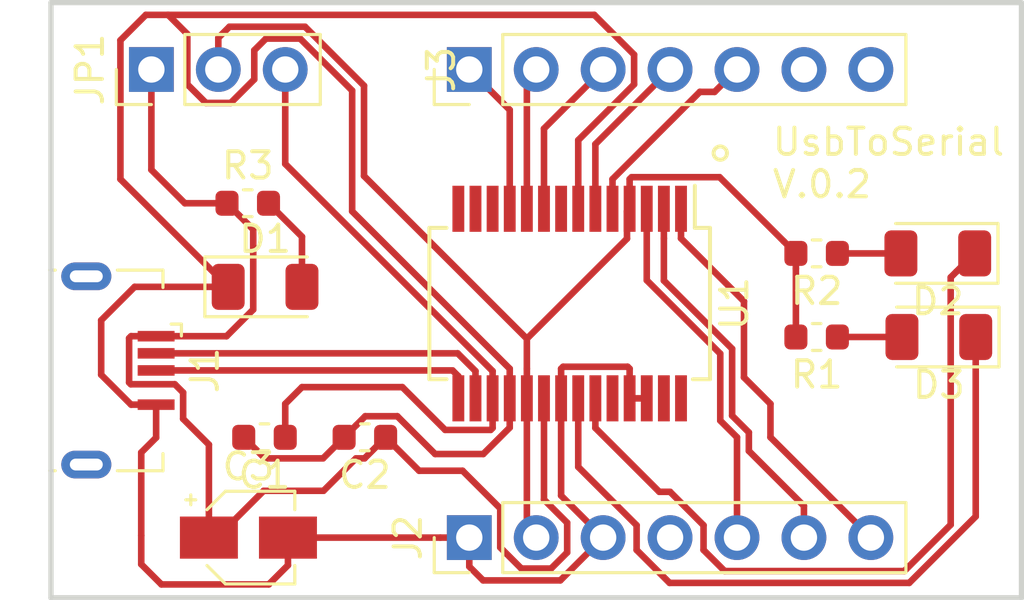
<source format=kicad_pcb>
(kicad_pcb (version 20171130) (host pcbnew "(5.0.1)-3")

  (general
    (thickness 1.6)
    (drawings 7)
    (tracks 184)
    (zones 0)
    (modules 14)
    (nets 29)
  )

  (page A4)
  (layers
    (0 F.Cu signal)
    (31 B.Cu signal)
    (32 B.Adhes user)
    (33 F.Adhes user)
    (34 B.Paste user)
    (35 F.Paste user)
    (36 B.SilkS user)
    (37 F.SilkS user)
    (38 B.Mask user)
    (39 F.Mask user)
    (40 Dwgs.User user)
    (41 Cmts.User user)
    (42 Eco1.User user)
    (43 Eco2.User user)
    (44 Edge.Cuts user)
    (45 Margin user)
    (46 B.CrtYd user)
    (47 F.CrtYd user)
    (48 B.Fab user)
    (49 F.Fab user hide)
  )

  (setup
    (last_trace_width 0.25)
    (trace_clearance 0.2)
    (zone_clearance 0.508)
    (zone_45_only no)
    (trace_min 0.2)
    (segment_width 0.2)
    (edge_width 0.15)
    (via_size 0.8)
    (via_drill 0.4)
    (via_min_size 0.4)
    (via_min_drill 0.3)
    (uvia_size 0.3)
    (uvia_drill 0.1)
    (uvias_allowed no)
    (uvia_min_size 0.2)
    (uvia_min_drill 0.1)
    (pcb_text_width 0.3)
    (pcb_text_size 1.5 1.5)
    (mod_edge_width 0.15)
    (mod_text_size 1 1)
    (mod_text_width 0.15)
    (pad_size 1.75 1.9)
    (pad_drill 0)
    (pad_to_mask_clearance 0.051)
    (solder_mask_min_width 0.25)
    (aux_axis_origin 0 0)
    (visible_elements 7FFFFFFF)
    (pcbplotparams
      (layerselection 0x010fc_7fffffff)
      (usegerberextensions false)
      (usegerberattributes false)
      (usegerberadvancedattributes false)
      (creategerberjobfile false)
      (excludeedgelayer true)
      (linewidth 0.100000)
      (plotframeref false)
      (viasonmask false)
      (mode 1)
      (useauxorigin false)
      (hpglpennumber 1)
      (hpglpenspeed 20)
      (hpglpendiameter 15.000000)
      (psnegative false)
      (psa4output false)
      (plotreference true)
      (plotvalue true)
      (plotinvisibletext false)
      (padsonsilk false)
      (subtractmaskfromsilk false)
      (outputformat 1)
      (mirror false)
      (drillshape 0)
      (scaleselection 1)
      (outputdirectory "Gerber/"))
  )

  (net 0 "")
  (net 1 +5V)
  (net 2 GNDREF)
  (net 3 "Net-(D2-Pad2)")
  (net 4 "Net-(D2-Pad1)")
  (net 5 "Net-(D3-Pad1)")
  (net 6 "Net-(D3-Pad2)")
  (net 7 "Net-(J1-Pad6)")
  (net 8 "Net-(J1-Pad2)")
  (net 9 "Net-(J1-Pad3)")
  (net 10 "Net-(U1-Pad12)")
  (net 11 "Net-(U1-Pad13)")
  (net 12 "Net-(U1-Pad14)")
  (net 13 "Net-(U1-Pad27)")
  (net 14 "Net-(U1-Pad28)")
  (net 15 "Net-(D1-Pad2)")
  (net 16 CTS)
  (net 17 PWR)
  (net 18 RXI)
  (net 19 DTR)
  (net 20 +3V3)
  (net 21 TX0)
  (net 22 RTS)
  (net 23 RI)
  (net 24 DCR)
  (net 25 DCD)
  (net 26 "Net-(J3-Pad6)")
  (net 27 "Net-(J2-Pad4)")
  (net 28 "Net-(J3-Pad7)")

  (net_class Default "This is the default net class."
    (clearance 0.2)
    (trace_width 0.25)
    (via_dia 0.8)
    (via_drill 0.4)
    (uvia_dia 0.3)
    (uvia_drill 0.1)
    (add_net +3V3)
    (add_net +5V)
    (add_net CTS)
    (add_net DCD)
    (add_net DCR)
    (add_net DTR)
    (add_net GNDREF)
    (add_net "Net-(D1-Pad2)")
    (add_net "Net-(D2-Pad1)")
    (add_net "Net-(D2-Pad2)")
    (add_net "Net-(D3-Pad1)")
    (add_net "Net-(D3-Pad2)")
    (add_net "Net-(J1-Pad2)")
    (add_net "Net-(J1-Pad3)")
    (add_net "Net-(J1-Pad6)")
    (add_net "Net-(J2-Pad4)")
    (add_net "Net-(J3-Pad6)")
    (add_net "Net-(J3-Pad7)")
    (add_net "Net-(U1-Pad12)")
    (add_net "Net-(U1-Pad13)")
    (add_net "Net-(U1-Pad14)")
    (add_net "Net-(U1-Pad27)")
    (add_net "Net-(U1-Pad28)")
    (add_net PWR)
    (add_net RI)
    (add_net RTS)
    (add_net RXI)
    (add_net TX0)
  )

  (module Connector_USB:USB_Micro-B_GCT_USB3076-30-A (layer F.Cu) (tedit 5D26EAAA) (tstamp 5D26F2D8)
    (at 79.375 81.28 270)
    (descr "GCT Micro USB https://gct.co/files/drawings/usb3076.pdf")
    (tags "Micro-USB SMD Typ-B GCT")
    (path /5D1BC55B)
    (attr smd)
    (fp_text reference J1 (at 0 -3.3 270) (layer F.SilkS)
      (effects (font (size 1 1) (thickness 0.15)))
    )
    (fp_text value USB_B_Micro (at 0 5.2 270) (layer F.Fab)
      (effects (font (size 1 1) (thickness 0.15)))
    )
    (fp_line (start -4.6 4.45) (end 4.6 4.45) (layer F.CrtYd) (width 0.05))
    (fp_line (start 4.6 -2.65) (end 4.6 4.45) (layer F.CrtYd) (width 0.05))
    (fp_line (start -4.6 -2.65) (end 4.6 -2.65) (layer F.CrtYd) (width 0.05))
    (fp_line (start -4.6 4.45) (end -4.6 -2.65) (layer F.CrtYd) (width 0.05))
    (fp_text user "PCB Edge" (at 0 2.65 270) (layer Dwgs.User)
      (effects (font (size 0.5 0.5) (thickness 0.08)))
    )
    (fp_line (start -3.81 -1.71) (end -3.15 -1.71) (layer F.SilkS) (width 0.12))
    (fp_line (start -3.81 0.02) (end -3.81 -1.71) (layer F.SilkS) (width 0.12))
    (fp_line (start 3.81 2.59) (end 3.81 2.38) (layer F.SilkS) (width 0.12))
    (fp_line (start 3.7 3.95) (end 3.7 -1.6) (layer F.Fab) (width 0.1))
    (fp_line (start -3 2.65) (end 3 2.65) (layer F.Fab) (width 0.1))
    (fp_line (start -3.7 3.95) (end 3.7 3.95) (layer F.Fab) (width 0.1))
    (fp_line (start -3.7 -1.6) (end 3.7 -1.6) (layer F.Fab) (width 0.1))
    (fp_line (start -3.7 3.95) (end -3.7 -1.6) (layer F.Fab) (width 0.1))
    (fp_line (start -3.81 2.59) (end -3.81 2.38) (layer F.SilkS) (width 0.12))
    (fp_line (start 3.81 0.02) (end 3.81 -1.71) (layer F.SilkS) (width 0.12))
    (fp_line (start 3.81 -1.71) (end 3.16 -1.71) (layer F.SilkS) (width 0.12))
    (fp_text user %R (at 0 0.85 270) (layer F.Fab)
      (effects (font (size 1 1) (thickness 0.15)))
    )
    (fp_line (start -1.76 -2.41) (end -1.31 -2.41) (layer F.SilkS) (width 0.12))
    (fp_line (start -1.76 -2.41) (end -1.76 -2.02) (layer F.SilkS) (width 0.12))
    (fp_line (start -1.3 -1.75) (end -1.5 -1.95) (layer F.Fab) (width 0.1))
    (fp_line (start -1.1 -1.95) (end -1.3 -1.75) (layer F.Fab) (width 0.1))
    (fp_line (start -1.5 -2.16) (end -1.1 -2.16) (layer F.Fab) (width 0.1))
    (fp_line (start -1.5 -2.16) (end -1.5 -1.95) (layer F.Fab) (width 0.1))
    (fp_line (start -1.1 -2.16) (end -1.1 -1.95) (layer F.Fab) (width 0.1))
    (pad 2 smd rect (at -0.65 -1.45 270) (size 0.4 1.4) (layers F.Cu F.Paste F.Mask)
      (net 8 "Net-(J1-Pad2)"))
    (pad 1 smd rect (at -1.3 -1.45 270) (size 0.4 1.4) (layers F.Cu F.Paste F.Mask)
      (net 1 +5V))
    (pad 5 smd rect (at 1.3 -1.45 270) (size 0.4 1.4) (layers F.Cu F.Paste F.Mask)
      (net 2 GNDREF))
    (pad 3 smd rect (at 0 -1.45 270) (size 0.4 1.4) (layers F.Cu F.Paste F.Mask)
      (net 9 "Net-(J1-Pad3)"))
    (pad 6 thru_hole oval (at -3.575 1.2 90) (size 1.05 1.9) (drill oval 0.45 1.25) (layers *.Cu *.Mask)
      (net 7 "Net-(J1-Pad6)"))
    (pad 6 thru_hole oval (at 3.575 1.2 270) (size 1.05 1.9) (drill oval 0.45 1.25) (layers *.Cu *.Mask)
      (net 7 "Net-(J1-Pad6)"))
    (model ${KISYS3DMOD}/Connector_USB.3dshapes/USB_Micro-B_GCT_USB3076-30-A.wrl
      (at (xyz 0 0 0))
      (scale (xyz 1 1 1))
      (rotate (xyz 0 0 0))
    )
  )

  (module Capacitor_SMD:C_0603_1608Metric (layer F.Cu) (tedit 5B301BBE) (tstamp 5D26F243)
    (at 84.9375 83.82 180)
    (descr "Capacitor SMD 0603 (1608 Metric), square (rectangular) end terminal, IPC_7351 nominal, (Body size source: http://www.tortai-tech.com/upload/download/2011102023233369053.pdf), generated with kicad-footprint-generator")
    (tags capacitor)
    (path /5D1BD4CB)
    (attr smd)
    (fp_text reference C1 (at 0 -1.43 180) (layer F.SilkS)
      (effects (font (size 1 1) (thickness 0.15)))
    )
    (fp_text value 100nf (at 0 1.43 180) (layer F.Fab)
      (effects (font (size 1 1) (thickness 0.15)))
    )
    (fp_text user %R (at 0 0 180) (layer F.Fab)
      (effects (font (size 0.4 0.4) (thickness 0.06)))
    )
    (fp_line (start 1.48 0.73) (end -1.48 0.73) (layer F.CrtYd) (width 0.05))
    (fp_line (start 1.48 -0.73) (end 1.48 0.73) (layer F.CrtYd) (width 0.05))
    (fp_line (start -1.48 -0.73) (end 1.48 -0.73) (layer F.CrtYd) (width 0.05))
    (fp_line (start -1.48 0.73) (end -1.48 -0.73) (layer F.CrtYd) (width 0.05))
    (fp_line (start -0.162779 0.51) (end 0.162779 0.51) (layer F.SilkS) (width 0.12))
    (fp_line (start -0.162779 -0.51) (end 0.162779 -0.51) (layer F.SilkS) (width 0.12))
    (fp_line (start 0.8 0.4) (end -0.8 0.4) (layer F.Fab) (width 0.1))
    (fp_line (start 0.8 -0.4) (end 0.8 0.4) (layer F.Fab) (width 0.1))
    (fp_line (start -0.8 -0.4) (end 0.8 -0.4) (layer F.Fab) (width 0.1))
    (fp_line (start -0.8 0.4) (end -0.8 -0.4) (layer F.Fab) (width 0.1))
    (pad 2 smd roundrect (at 0.7875 0 180) (size 0.875 0.95) (layers F.Cu F.Paste F.Mask) (roundrect_rratio 0.25)
      (net 2 GNDREF))
    (pad 1 smd roundrect (at -0.7875 0 180) (size 0.875 0.95) (layers F.Cu F.Paste F.Mask) (roundrect_rratio 0.25)
      (net 20 +3V3))
    (model ${KISYS3DMOD}/Capacitor_SMD.3dshapes/C_0603_1608Metric.wrl
      (at (xyz 0 0 0))
      (scale (xyz 1 1 1))
      (rotate (xyz 0 0 0))
    )
  )

  (module Capacitor_SMD:C_0603_1608Metric (layer F.Cu) (tedit 5B301BBE) (tstamp 5D26F254)
    (at 88.7475 83.82 180)
    (descr "Capacitor SMD 0603 (1608 Metric), square (rectangular) end terminal, IPC_7351 nominal, (Body size source: http://www.tortai-tech.com/upload/download/2011102023233369053.pdf), generated with kicad-footprint-generator")
    (tags capacitor)
    (path /5D218603)
    (attr smd)
    (fp_text reference C2 (at 0 -1.43 180) (layer F.SilkS)
      (effects (font (size 1 1) (thickness 0.15)))
    )
    (fp_text value 100nF (at 0 1.43 180) (layer F.Fab)
      (effects (font (size 1 1) (thickness 0.15)))
    )
    (fp_line (start -0.8 0.4) (end -0.8 -0.4) (layer F.Fab) (width 0.1))
    (fp_line (start -0.8 -0.4) (end 0.8 -0.4) (layer F.Fab) (width 0.1))
    (fp_line (start 0.8 -0.4) (end 0.8 0.4) (layer F.Fab) (width 0.1))
    (fp_line (start 0.8 0.4) (end -0.8 0.4) (layer F.Fab) (width 0.1))
    (fp_line (start -0.162779 -0.51) (end 0.162779 -0.51) (layer F.SilkS) (width 0.12))
    (fp_line (start -0.162779 0.51) (end 0.162779 0.51) (layer F.SilkS) (width 0.12))
    (fp_line (start -1.48 0.73) (end -1.48 -0.73) (layer F.CrtYd) (width 0.05))
    (fp_line (start -1.48 -0.73) (end 1.48 -0.73) (layer F.CrtYd) (width 0.05))
    (fp_line (start 1.48 -0.73) (end 1.48 0.73) (layer F.CrtYd) (width 0.05))
    (fp_line (start 1.48 0.73) (end -1.48 0.73) (layer F.CrtYd) (width 0.05))
    (fp_text user %R (at 0 0 180) (layer F.Fab)
      (effects (font (size 0.4 0.4) (thickness 0.06)))
    )
    (pad 1 smd roundrect (at -0.7875 0 180) (size 0.875 0.95) (layers F.Cu F.Paste F.Mask) (roundrect_rratio 0.25)
      (net 1 +5V))
    (pad 2 smd roundrect (at 0.7875 0 180) (size 0.875 0.95) (layers F.Cu F.Paste F.Mask) (roundrect_rratio 0.25)
      (net 2 GNDREF))
    (model ${KISYS3DMOD}/Capacitor_SMD.3dshapes/C_0603_1608Metric.wrl
      (at (xyz 0 0 0))
      (scale (xyz 1 1 1))
      (rotate (xyz 0 0 0))
    )
  )

  (module Capacitor_SMD:CP_Elec_3x5.3 (layer F.Cu) (tedit 5D2CF0FF) (tstamp 5D26F278)
    (at 84.328 87.63)
    (descr "SMT capacitor, aluminium electrolytic, 3x5.3, Cornell Dubilier Electronics ")
    (tags "Capacitor Electrolytic")
    (path /5D21513F)
    (attr smd)
    (fp_text reference C3 (at 0 -2.7) (layer F.SilkS)
      (effects (font (size 1 1) (thickness 0.15)))
    )
    (fp_text value "" (at 0 2.7) (layer F.Fab)
      (effects (font (size 1 1) (thickness 0.15)))
    )
    (fp_circle (center 0 0) (end 1.5 0) (layer F.Fab) (width 0.1))
    (fp_line (start 1.65 -1.65) (end 1.65 1.65) (layer F.Fab) (width 0.1))
    (fp_line (start -0.825 -1.65) (end 1.65 -1.65) (layer F.Fab) (width 0.1))
    (fp_line (start -0.825 1.65) (end 1.65 1.65) (layer F.Fab) (width 0.1))
    (fp_line (start -1.65 -0.825) (end -1.65 0.825) (layer F.Fab) (width 0.1))
    (fp_line (start -1.65 -0.825) (end -0.825 -1.65) (layer F.Fab) (width 0.1))
    (fp_line (start -1.65 0.825) (end -0.825 1.65) (layer F.Fab) (width 0.1))
    (fp_line (start -1.110469 -0.8) (end -0.810469 -0.8) (layer F.Fab) (width 0.1))
    (fp_line (start -0.960469 -0.95) (end -0.960469 -0.65) (layer F.Fab) (width 0.1))
    (fp_line (start 1.76 1.76) (end 1.76 1.06) (layer F.SilkS) (width 0.12))
    (fp_line (start 1.76 -1.76) (end 1.76 -1.06) (layer F.SilkS) (width 0.12))
    (fp_line (start -0.870563 -1.76) (end 1.76 -1.76) (layer F.SilkS) (width 0.12))
    (fp_line (start -0.870563 1.76) (end 1.76 1.76) (layer F.SilkS) (width 0.12))
    (fp_line (start -1.570563 -1.06) (end -0.870563 -1.76) (layer F.SilkS) (width 0.12))
    (fp_line (start -1.570563 1.06) (end -0.870563 1.76) (layer F.SilkS) (width 0.12))
    (fp_line (start -2.375 -1.435) (end -2 -1.435) (layer F.SilkS) (width 0.12))
    (fp_line (start -2.1875 -1.6225) (end -2.1875 -1.2475) (layer F.SilkS) (width 0.12))
    (fp_line (start 1.9 -1.9) (end 1.9 -1.05) (layer F.CrtYd) (width 0.05))
    (fp_line (start 1.9 -1.05) (end 2.85 -1.05) (layer F.CrtYd) (width 0.05))
    (fp_line (start 2.85 -1.05) (end 2.85 1.05) (layer F.CrtYd) (width 0.05))
    (fp_line (start 2.85 1.05) (end 1.9 1.05) (layer F.CrtYd) (width 0.05))
    (fp_line (start 1.9 1.05) (end 1.9 1.9) (layer F.CrtYd) (width 0.05))
    (fp_line (start -0.93 1.9) (end 1.9 1.9) (layer F.CrtYd) (width 0.05))
    (fp_line (start -0.93 -1.9) (end 1.9 -1.9) (layer F.CrtYd) (width 0.05))
    (fp_line (start -1.78 1.05) (end -0.93 1.9) (layer F.CrtYd) (width 0.05))
    (fp_line (start -1.78 -1.05) (end -0.93 -1.9) (layer F.CrtYd) (width 0.05))
    (fp_line (start -1.78 -1.05) (end -2.85 -1.05) (layer F.CrtYd) (width 0.05))
    (fp_line (start -2.85 -1.05) (end -2.85 1.05) (layer F.CrtYd) (width 0.05))
    (fp_line (start -2.85 1.05) (end -1.78 1.05) (layer F.CrtYd) (width 0.05))
    (fp_text user %R (at 0 0) (layer F.Fab)
      (effects (font (size 0.6 0.6) (thickness 0.09)))
    )
    (pad 1 smd rect (at -1.5 0) (size 2.2 1.6) (layers F.Cu F.Paste F.Mask)
      (net 1 +5V))
    (pad 2 smd rect (at 1.5 0) (size 2.2 1.6) (layers F.Cu F.Paste F.Mask)
      (net 2 GNDREF))
    (model ${KISYS3DMOD}/Capacitor_SMD.3dshapes/CP_Elec_3x5.3.wrl
      (at (xyz 0 0 0))
      (scale (xyz 1 1 1))
      (rotate (xyz 0 0 0))
    )
  )

  (module LED_SMD:LED_1206_3216Metric (layer F.Cu) (tedit 5D28FE30) (tstamp 5D26F28B)
    (at 84.96 78.105)
    (descr "LED SMD 1206 (3216 Metric), square (rectangular) end terminal, IPC_7351 nominal, (Body size source: http://www.tortai-tech.com/upload/download/2011102023233369053.pdf), generated with kicad-footprint-generator")
    (tags diode)
    (path /5D1BE218)
    (attr smd)
    (fp_text reference D1 (at 0 -1.82) (layer F.SilkS)
      (effects (font (size 1 1) (thickness 0.15)))
    )
    (fp_text value PWR_LED (at 0 1.82) (layer F.Fab)
      (effects (font (size 1 1) (thickness 0.15)))
    )
    (fp_line (start 1.6 -0.8) (end -1.2 -0.8) (layer F.Fab) (width 0.1))
    (fp_line (start -1.2 -0.8) (end -1.6 -0.4) (layer F.Fab) (width 0.1))
    (fp_line (start -1.6 -0.4) (end -1.6 0.8) (layer F.Fab) (width 0.1))
    (fp_line (start -1.6 0.8) (end 1.6 0.8) (layer F.Fab) (width 0.1))
    (fp_line (start 1.6 0.8) (end 1.6 -0.8) (layer F.Fab) (width 0.1))
    (fp_line (start 1.6 -1.135) (end -2.285 -1.135) (layer F.SilkS) (width 0.12))
    (fp_line (start -2.285 -1.135) (end -2.285 1.135) (layer F.SilkS) (width 0.12))
    (fp_line (start -2.285 1.135) (end 1.6 1.135) (layer F.SilkS) (width 0.12))
    (fp_line (start -2.28 1.12) (end -2.28 -1.12) (layer F.CrtYd) (width 0.05))
    (fp_line (start -2.28 -1.12) (end 2.28 -1.12) (layer F.CrtYd) (width 0.05))
    (fp_line (start 2.28 -1.12) (end 2.28 1.12) (layer F.CrtYd) (width 0.05))
    (fp_line (start 2.28 1.12) (end -2.28 1.12) (layer F.CrtYd) (width 0.05))
    (fp_text user %R (at 0 0) (layer F.Fab)
      (effects (font (size 0.8 0.8) (thickness 0.12)))
    )
    (pad 1 smd roundrect (at -1.4 0) (size 1.25 1.75) (layers F.Cu F.Paste F.Mask) (roundrect_rratio 0.2)
      (net 2 GNDREF))
    (pad 2 smd roundrect (at 1.4 0) (size 1.25 1.75) (layers F.Cu F.Paste F.Mask) (roundrect_rratio 0.2)
      (net 15 "Net-(D1-Pad2)"))
    (model ${KISYS3DMOD}/LED_SMD.3dshapes/LED_1206_3216Metric.wrl
      (at (xyz 0 0 0))
      (scale (xyz 1 1 1))
      (rotate (xyz 0 0 0))
    )
  )

  (module LED_SMD:LED_1206_3216Metric (layer F.Cu) (tedit 5B301BBE) (tstamp 5D26F29E)
    (at 110.49 76.835 180)
    (descr "LED SMD 1206 (3216 Metric), square (rectangular) end terminal, IPC_7351 nominal, (Body size source: http://www.tortai-tech.com/upload/download/2011102023233369053.pdf), generated with kicad-footprint-generator")
    (tags diode)
    (path /5D1CD1E4)
    (attr smd)
    (fp_text reference D2 (at 0 -1.82 180) (layer F.SilkS)
      (effects (font (size 1 1) (thickness 0.15)))
    )
    (fp_text value TX_LED (at 0 1.82 180) (layer F.Fab)
      (effects (font (size 1 1) (thickness 0.15)))
    )
    (fp_text user %R (at 0 0 180) (layer F.Fab)
      (effects (font (size 0.8 0.8) (thickness 0.12)))
    )
    (fp_line (start 2.28 1.12) (end -2.28 1.12) (layer F.CrtYd) (width 0.05))
    (fp_line (start 2.28 -1.12) (end 2.28 1.12) (layer F.CrtYd) (width 0.05))
    (fp_line (start -2.28 -1.12) (end 2.28 -1.12) (layer F.CrtYd) (width 0.05))
    (fp_line (start -2.28 1.12) (end -2.28 -1.12) (layer F.CrtYd) (width 0.05))
    (fp_line (start -2.285 1.135) (end 1.6 1.135) (layer F.SilkS) (width 0.12))
    (fp_line (start -2.285 -1.135) (end -2.285 1.135) (layer F.SilkS) (width 0.12))
    (fp_line (start 1.6 -1.135) (end -2.285 -1.135) (layer F.SilkS) (width 0.12))
    (fp_line (start 1.6 0.8) (end 1.6 -0.8) (layer F.Fab) (width 0.1))
    (fp_line (start -1.6 0.8) (end 1.6 0.8) (layer F.Fab) (width 0.1))
    (fp_line (start -1.6 -0.4) (end -1.6 0.8) (layer F.Fab) (width 0.1))
    (fp_line (start -1.2 -0.8) (end -1.6 -0.4) (layer F.Fab) (width 0.1))
    (fp_line (start 1.6 -0.8) (end -1.2 -0.8) (layer F.Fab) (width 0.1))
    (pad 2 smd roundrect (at 1.4 0 180) (size 1.25 1.75) (layers F.Cu F.Paste F.Mask) (roundrect_rratio 0.2)
      (net 3 "Net-(D2-Pad2)"))
    (pad 1 smd roundrect (at -1.4 0 180) (size 1.25 1.75) (layers F.Cu F.Paste F.Mask) (roundrect_rratio 0.2)
      (net 4 "Net-(D2-Pad1)"))
    (model ${KISYS3DMOD}/LED_SMD.3dshapes/LED_1206_3216Metric.wrl
      (at (xyz 0 0 0))
      (scale (xyz 1 1 1))
      (rotate (xyz 0 0 0))
    )
  )

  (module LED_SMD:LED_1206_3216Metric (layer F.Cu) (tedit 5B301BBE) (tstamp 5D26F2B1)
    (at 110.53 80.01 180)
    (descr "LED SMD 1206 (3216 Metric), square (rectangular) end terminal, IPC_7351 nominal, (Body size source: http://www.tortai-tech.com/upload/download/2011102023233369053.pdf), generated with kicad-footprint-generator")
    (tags diode)
    (path /5D1CD2B1)
    (attr smd)
    (fp_text reference D3 (at 0 -1.82 180) (layer F.SilkS)
      (effects (font (size 1 1) (thickness 0.15)))
    )
    (fp_text value RX_LED (at 0 1.82 180) (layer F.Fab)
      (effects (font (size 1 1) (thickness 0.15)))
    )
    (fp_line (start 1.6 -0.8) (end -1.2 -0.8) (layer F.Fab) (width 0.1))
    (fp_line (start -1.2 -0.8) (end -1.6 -0.4) (layer F.Fab) (width 0.1))
    (fp_line (start -1.6 -0.4) (end -1.6 0.8) (layer F.Fab) (width 0.1))
    (fp_line (start -1.6 0.8) (end 1.6 0.8) (layer F.Fab) (width 0.1))
    (fp_line (start 1.6 0.8) (end 1.6 -0.8) (layer F.Fab) (width 0.1))
    (fp_line (start 1.6 -1.135) (end -2.285 -1.135) (layer F.SilkS) (width 0.12))
    (fp_line (start -2.285 -1.135) (end -2.285 1.135) (layer F.SilkS) (width 0.12))
    (fp_line (start -2.285 1.135) (end 1.6 1.135) (layer F.SilkS) (width 0.12))
    (fp_line (start -2.28 1.12) (end -2.28 -1.12) (layer F.CrtYd) (width 0.05))
    (fp_line (start -2.28 -1.12) (end 2.28 -1.12) (layer F.CrtYd) (width 0.05))
    (fp_line (start 2.28 -1.12) (end 2.28 1.12) (layer F.CrtYd) (width 0.05))
    (fp_line (start 2.28 1.12) (end -2.28 1.12) (layer F.CrtYd) (width 0.05))
    (fp_text user %R (at 0 0 180) (layer F.Fab)
      (effects (font (size 0.8 0.8) (thickness 0.12)))
    )
    (pad 1 smd roundrect (at -1.4 0 180) (size 1.25 1.75) (layers F.Cu F.Paste F.Mask) (roundrect_rratio 0.2)
      (net 5 "Net-(D3-Pad1)"))
    (pad 2 smd roundrect (at 1.4 0 180) (size 1.25 1.75) (layers F.Cu F.Paste F.Mask) (roundrect_rratio 0.2)
      (net 6 "Net-(D3-Pad2)"))
    (model ${KISYS3DMOD}/LED_SMD.3dshapes/LED_1206_3216Metric.wrl
      (at (xyz 0 0 0))
      (scale (xyz 1 1 1))
      (rotate (xyz 0 0 0))
    )
  )

  (module Connector_PinHeader_2.54mm:PinHeader_1x03_P2.54mm_Vertical (layer F.Cu) (tedit 59FED5CC) (tstamp 5D26F321)
    (at 80.645 69.85 90)
    (descr "Through hole straight pin header, 1x03, 2.54mm pitch, single row")
    (tags "Through hole pin header THT 1x03 2.54mm single row")
    (path /5D1BFD16)
    (fp_text reference JP1 (at 0 -2.33 90) (layer F.SilkS)
      (effects (font (size 1 1) (thickness 0.15)))
    )
    (fp_text value PowerSelect (at -2.54 2.54 180) (layer F.Fab)
      (effects (font (size 1 1) (thickness 0.15)))
    )
    (fp_line (start -0.635 -1.27) (end 1.27 -1.27) (layer F.Fab) (width 0.1))
    (fp_line (start 1.27 -1.27) (end 1.27 6.35) (layer F.Fab) (width 0.1))
    (fp_line (start 1.27 6.35) (end -1.27 6.35) (layer F.Fab) (width 0.1))
    (fp_line (start -1.27 6.35) (end -1.27 -0.635) (layer F.Fab) (width 0.1))
    (fp_line (start -1.27 -0.635) (end -0.635 -1.27) (layer F.Fab) (width 0.1))
    (fp_line (start -1.33 6.41) (end 1.33 6.41) (layer F.SilkS) (width 0.12))
    (fp_line (start -1.33 1.27) (end -1.33 6.41) (layer F.SilkS) (width 0.12))
    (fp_line (start 1.33 1.27) (end 1.33 6.41) (layer F.SilkS) (width 0.12))
    (fp_line (start -1.33 1.27) (end 1.33 1.27) (layer F.SilkS) (width 0.12))
    (fp_line (start -1.33 0) (end -1.33 -1.33) (layer F.SilkS) (width 0.12))
    (fp_line (start -1.33 -1.33) (end 0 -1.33) (layer F.SilkS) (width 0.12))
    (fp_line (start -1.8 -1.8) (end -1.8 6.85) (layer F.CrtYd) (width 0.05))
    (fp_line (start -1.8 6.85) (end 1.8 6.85) (layer F.CrtYd) (width 0.05))
    (fp_line (start 1.8 6.85) (end 1.8 -1.8) (layer F.CrtYd) (width 0.05))
    (fp_line (start 1.8 -1.8) (end -1.8 -1.8) (layer F.CrtYd) (width 0.05))
    (fp_text user %R (at 0 2.54 180) (layer F.Fab)
      (effects (font (size 1 1) (thickness 0.15)))
    )
    (pad 1 thru_hole rect (at 0 0 90) (size 1.7 1.7) (drill 1) (layers *.Cu *.Mask)
      (net 1 +5V))
    (pad 2 thru_hole oval (at 0 2.54 90) (size 1.7 1.7) (drill 1) (layers *.Cu *.Mask)
      (net 17 PWR))
    (pad 3 thru_hole oval (at 0 5.08 90) (size 1.7 1.7) (drill 1) (layers *.Cu *.Mask)
      (net 20 +3V3))
    (model ${KISYS3DMOD}/Connector_PinHeader_2.54mm.3dshapes/PinHeader_1x03_P2.54mm_Vertical.wrl
      (at (xyz 0 0 0))
      (scale (xyz 1 1 1))
      (rotate (xyz 0 0 0))
    )
  )

  (module Resistor_SMD:R_0603_1608Metric (layer F.Cu) (tedit 5B301BBD) (tstamp 5D26F332)
    (at 105.8925 80.01 180)
    (descr "Resistor SMD 0603 (1608 Metric), square (rectangular) end terminal, IPC_7351 nominal, (Body size source: http://www.tortai-tech.com/upload/download/2011102023233369053.pdf), generated with kicad-footprint-generator")
    (tags resistor)
    (path /5D1D04C6)
    (attr smd)
    (fp_text reference R1 (at 0 -1.43 180) (layer F.SilkS)
      (effects (font (size 1 1) (thickness 0.15)))
    )
    (fp_text value RX_R (at 0 1.43 180) (layer F.Fab)
      (effects (font (size 1 1) (thickness 0.15)))
    )
    (fp_line (start -0.8 0.4) (end -0.8 -0.4) (layer F.Fab) (width 0.1))
    (fp_line (start -0.8 -0.4) (end 0.8 -0.4) (layer F.Fab) (width 0.1))
    (fp_line (start 0.8 -0.4) (end 0.8 0.4) (layer F.Fab) (width 0.1))
    (fp_line (start 0.8 0.4) (end -0.8 0.4) (layer F.Fab) (width 0.1))
    (fp_line (start -0.162779 -0.51) (end 0.162779 -0.51) (layer F.SilkS) (width 0.12))
    (fp_line (start -0.162779 0.51) (end 0.162779 0.51) (layer F.SilkS) (width 0.12))
    (fp_line (start -1.48 0.73) (end -1.48 -0.73) (layer F.CrtYd) (width 0.05))
    (fp_line (start -1.48 -0.73) (end 1.48 -0.73) (layer F.CrtYd) (width 0.05))
    (fp_line (start 1.48 -0.73) (end 1.48 0.73) (layer F.CrtYd) (width 0.05))
    (fp_line (start 1.48 0.73) (end -1.48 0.73) (layer F.CrtYd) (width 0.05))
    (fp_text user %R (at 0 0 180) (layer F.Fab)
      (effects (font (size 0.4 0.4) (thickness 0.06)))
    )
    (pad 1 smd roundrect (at -0.7875 0 180) (size 0.875 0.95) (layers F.Cu F.Paste F.Mask) (roundrect_rratio 0.25)
      (net 6 "Net-(D3-Pad2)"))
    (pad 2 smd roundrect (at 0.7875 0 180) (size 0.875 0.95) (layers F.Cu F.Paste F.Mask) (roundrect_rratio 0.25)
      (net 17 PWR))
    (model ${KISYS3DMOD}/Resistor_SMD.3dshapes/R_0603_1608Metric.wrl
      (at (xyz 0 0 0))
      (scale (xyz 1 1 1))
      (rotate (xyz 0 0 0))
    )
  )

  (module Resistor_SMD:R_0603_1608Metric (layer F.Cu) (tedit 5B301BBD) (tstamp 5D26F343)
    (at 105.8925 76.835 180)
    (descr "Resistor SMD 0603 (1608 Metric), square (rectangular) end terminal, IPC_7351 nominal, (Body size source: http://www.tortai-tech.com/upload/download/2011102023233369053.pdf), generated with kicad-footprint-generator")
    (tags resistor)
    (path /5D1D051F)
    (attr smd)
    (fp_text reference R2 (at 0 -1.43 180) (layer F.SilkS)
      (effects (font (size 1 1) (thickness 0.15)))
    )
    (fp_text value TX_R (at 0 1.43 180) (layer F.Fab)
      (effects (font (size 1 1) (thickness 0.15)))
    )
    (fp_text user %R (at 0 0 180) (layer F.Fab)
      (effects (font (size 0.4 0.4) (thickness 0.06)))
    )
    (fp_line (start 1.48 0.73) (end -1.48 0.73) (layer F.CrtYd) (width 0.05))
    (fp_line (start 1.48 -0.73) (end 1.48 0.73) (layer F.CrtYd) (width 0.05))
    (fp_line (start -1.48 -0.73) (end 1.48 -0.73) (layer F.CrtYd) (width 0.05))
    (fp_line (start -1.48 0.73) (end -1.48 -0.73) (layer F.CrtYd) (width 0.05))
    (fp_line (start -0.162779 0.51) (end 0.162779 0.51) (layer F.SilkS) (width 0.12))
    (fp_line (start -0.162779 -0.51) (end 0.162779 -0.51) (layer F.SilkS) (width 0.12))
    (fp_line (start 0.8 0.4) (end -0.8 0.4) (layer F.Fab) (width 0.1))
    (fp_line (start 0.8 -0.4) (end 0.8 0.4) (layer F.Fab) (width 0.1))
    (fp_line (start -0.8 -0.4) (end 0.8 -0.4) (layer F.Fab) (width 0.1))
    (fp_line (start -0.8 0.4) (end -0.8 -0.4) (layer F.Fab) (width 0.1))
    (pad 2 smd roundrect (at 0.7875 0 180) (size 0.875 0.95) (layers F.Cu F.Paste F.Mask) (roundrect_rratio 0.25)
      (net 17 PWR))
    (pad 1 smd roundrect (at -0.7875 0 180) (size 0.875 0.95) (layers F.Cu F.Paste F.Mask) (roundrect_rratio 0.25)
      (net 3 "Net-(D2-Pad2)"))
    (model ${KISYS3DMOD}/Resistor_SMD.3dshapes/R_0603_1608Metric.wrl
      (at (xyz 0 0 0))
      (scale (xyz 1 1 1))
      (rotate (xyz 0 0 0))
    )
  )

  (module Resistor_SMD:R_0603_1608Metric (layer F.Cu) (tedit 5B301BBD) (tstamp 5D26F354)
    (at 84.3025 74.93)
    (descr "Resistor SMD 0603 (1608 Metric), square (rectangular) end terminal, IPC_7351 nominal, (Body size source: http://www.tortai-tech.com/upload/download/2011102023233369053.pdf), generated with kicad-footprint-generator")
    (tags resistor)
    (path /5D1E397F)
    (attr smd)
    (fp_text reference R3 (at 0 -1.43) (layer F.SilkS)
      (effects (font (size 1 1) (thickness 0.15)))
    )
    (fp_text value R_Small (at 0 1.43) (layer F.Fab)
      (effects (font (size 1 1) (thickness 0.15)))
    )
    (fp_line (start -0.8 0.4) (end -0.8 -0.4) (layer F.Fab) (width 0.1))
    (fp_line (start -0.8 -0.4) (end 0.8 -0.4) (layer F.Fab) (width 0.1))
    (fp_line (start 0.8 -0.4) (end 0.8 0.4) (layer F.Fab) (width 0.1))
    (fp_line (start 0.8 0.4) (end -0.8 0.4) (layer F.Fab) (width 0.1))
    (fp_line (start -0.162779 -0.51) (end 0.162779 -0.51) (layer F.SilkS) (width 0.12))
    (fp_line (start -0.162779 0.51) (end 0.162779 0.51) (layer F.SilkS) (width 0.12))
    (fp_line (start -1.48 0.73) (end -1.48 -0.73) (layer F.CrtYd) (width 0.05))
    (fp_line (start -1.48 -0.73) (end 1.48 -0.73) (layer F.CrtYd) (width 0.05))
    (fp_line (start 1.48 -0.73) (end 1.48 0.73) (layer F.CrtYd) (width 0.05))
    (fp_line (start 1.48 0.73) (end -1.48 0.73) (layer F.CrtYd) (width 0.05))
    (fp_text user %R (at 0 0) (layer F.Fab)
      (effects (font (size 0.4 0.4) (thickness 0.06)))
    )
    (pad 1 smd roundrect (at -0.7875 0) (size 0.875 0.95) (layers F.Cu F.Paste F.Mask) (roundrect_rratio 0.25)
      (net 1 +5V))
    (pad 2 smd roundrect (at 0.7875 0) (size 0.875 0.95) (layers F.Cu F.Paste F.Mask) (roundrect_rratio 0.25)
      (net 15 "Net-(D1-Pad2)"))
    (model ${KISYS3DMOD}/Resistor_SMD.3dshapes/R_0603_1608Metric.wrl
      (at (xyz 0 0 0))
      (scale (xyz 1 1 1))
      (rotate (xyz 0 0 0))
    )
  )

  (module Package_SO:SSOP-28_5.3x10.2mm_P0.65mm (layer F.Cu) (tedit 5A02F25C) (tstamp 5D26F385)
    (at 96.52 78.74 270)
    (descr "28-Lead Plastic Shrink Small Outline (SS)-5.30 mm Body [SSOP] (see Microchip Packaging Specification 00000049BS.pdf)")
    (tags "SSOP 0.65")
    (path /5D1B87B5)
    (attr smd)
    (fp_text reference U1 (at 0 -6.25 270) (layer F.SilkS)
      (effects (font (size 1 1) (thickness 0.15)))
    )
    (fp_text value FT232RL (at 0 6.25 270) (layer F.Fab)
      (effects (font (size 1 1) (thickness 0.15)))
    )
    (fp_line (start -1.65 -5.1) (end 2.65 -5.1) (layer F.Fab) (width 0.15))
    (fp_line (start 2.65 -5.1) (end 2.65 5.1) (layer F.Fab) (width 0.15))
    (fp_line (start 2.65 5.1) (end -2.65 5.1) (layer F.Fab) (width 0.15))
    (fp_line (start -2.65 5.1) (end -2.65 -4.1) (layer F.Fab) (width 0.15))
    (fp_line (start -2.65 -4.1) (end -1.65 -5.1) (layer F.Fab) (width 0.15))
    (fp_line (start -4.75 -5.5) (end -4.75 5.5) (layer F.CrtYd) (width 0.05))
    (fp_line (start 4.75 -5.5) (end 4.75 5.5) (layer F.CrtYd) (width 0.05))
    (fp_line (start -4.75 -5.5) (end 4.75 -5.5) (layer F.CrtYd) (width 0.05))
    (fp_line (start -4.75 5.5) (end 4.75 5.5) (layer F.CrtYd) (width 0.05))
    (fp_line (start -2.875 -5.325) (end -2.875 -4.75) (layer F.SilkS) (width 0.15))
    (fp_line (start 2.875 -5.325) (end 2.875 -4.675) (layer F.SilkS) (width 0.15))
    (fp_line (start 2.875 5.325) (end 2.875 4.675) (layer F.SilkS) (width 0.15))
    (fp_line (start -2.875 5.325) (end -2.875 4.675) (layer F.SilkS) (width 0.15))
    (fp_line (start -2.875 -5.325) (end 2.875 -5.325) (layer F.SilkS) (width 0.15))
    (fp_line (start -2.875 5.325) (end 2.875 5.325) (layer F.SilkS) (width 0.15))
    (fp_line (start -2.875 -4.75) (end -4.475 -4.75) (layer F.SilkS) (width 0.15))
    (fp_text user %R (at 0 0 270) (layer F.Fab)
      (effects (font (size 0.8 0.8) (thickness 0.15)))
    )
    (pad 1 smd rect (at -3.6 -4.225 270) (size 1.75 0.45) (layers F.Cu F.Paste F.Mask)
      (net 21 TX0))
    (pad 2 smd rect (at -3.6 -3.575 270) (size 1.75 0.45) (layers F.Cu F.Paste F.Mask)
      (net 19 DTR))
    (pad 3 smd rect (at -3.6 -2.925 270) (size 1.75 0.45) (layers F.Cu F.Paste F.Mask)
      (net 22 RTS))
    (pad 4 smd rect (at -3.6 -2.275 270) (size 1.75 0.45) (layers F.Cu F.Paste F.Mask)
      (net 17 PWR))
    (pad 5 smd rect (at -3.6 -1.625 270) (size 1.75 0.45) (layers F.Cu F.Paste F.Mask)
      (net 18 RXI))
    (pad 6 smd rect (at -3.6 -0.975 270) (size 1.75 0.45) (layers F.Cu F.Paste F.Mask)
      (net 23 RI))
    (pad 7 smd rect (at -3.6 -0.325 270) (size 1.75 0.45) (layers F.Cu F.Paste F.Mask)
      (net 2 GNDREF))
    (pad 8 smd rect (at -3.6 0.325 270) (size 1.75 0.45) (layers F.Cu F.Paste F.Mask))
    (pad 9 smd rect (at -3.6 0.975 270) (size 1.75 0.45) (layers F.Cu F.Paste F.Mask)
      (net 24 DCR))
    (pad 10 smd rect (at -3.6 1.625 270) (size 1.75 0.45) (layers F.Cu F.Paste F.Mask)
      (net 25 DCD))
    (pad 11 smd rect (at -3.6 2.275 270) (size 1.75 0.45) (layers F.Cu F.Paste F.Mask)
      (net 16 CTS))
    (pad 12 smd rect (at -3.6 2.925 270) (size 1.75 0.45) (layers F.Cu F.Paste F.Mask)
      (net 10 "Net-(U1-Pad12)"))
    (pad 13 smd rect (at -3.6 3.575 270) (size 1.75 0.45) (layers F.Cu F.Paste F.Mask)
      (net 11 "Net-(U1-Pad13)"))
    (pad 14 smd rect (at -3.6 4.225 270) (size 1.75 0.45) (layers F.Cu F.Paste F.Mask)
      (net 12 "Net-(U1-Pad14)"))
    (pad 15 smd rect (at 3.6 4.225 270) (size 1.75 0.45) (layers F.Cu F.Paste F.Mask)
      (net 9 "Net-(J1-Pad3)"))
    (pad 16 smd rect (at 3.6 3.575 270) (size 1.75 0.45) (layers F.Cu F.Paste F.Mask)
      (net 8 "Net-(J1-Pad2)"))
    (pad 17 smd rect (at 3.6 2.925 270) (size 1.75 0.45) (layers F.Cu F.Paste F.Mask)
      (net 20 +3V3))
    (pad 18 smd rect (at 3.6 2.275 270) (size 1.75 0.45) (layers F.Cu F.Paste F.Mask)
      (net 2 GNDREF))
    (pad 19 smd rect (at 3.6 1.625 270) (size 1.75 0.45) (layers F.Cu F.Paste F.Mask)
      (net 17 PWR))
    (pad 20 smd rect (at 3.6 0.975 270) (size 1.75 0.45) (layers F.Cu F.Paste F.Mask)
      (net 1 +5V))
    (pad 21 smd rect (at 3.6 0.325 270) (size 1.75 0.45) (layers F.Cu F.Paste F.Mask)
      (net 2 GNDREF))
    (pad 22 smd rect (at 3.6 -0.325 270) (size 1.75 0.45) (layers F.Cu F.Paste F.Mask)
      (net 5 "Net-(D3-Pad1)"))
    (pad 23 smd rect (at 3.6 -0.975 270) (size 1.75 0.45) (layers F.Cu F.Paste F.Mask)
      (net 4 "Net-(D2-Pad1)"))
    (pad 24 smd rect (at 3.6 -1.625 270) (size 1.75 0.45) (layers F.Cu F.Paste F.Mask))
    (pad 25 smd rect (at 3.6 -2.275 270) (size 1.75 0.45) (layers F.Cu F.Paste F.Mask)
      (net 2 GNDREF))
    (pad 26 smd rect (at 3.6 -2.925 270) (size 1.75 0.45) (layers F.Cu F.Paste F.Mask)
      (net 2 GNDREF))
    (pad 27 smd rect (at 3.6 -3.575 270) (size 1.75 0.45) (layers F.Cu F.Paste F.Mask)
      (net 13 "Net-(U1-Pad27)"))
    (pad 28 smd rect (at 3.6 -4.225 270) (size 1.75 0.45) (layers F.Cu F.Paste F.Mask)
      (net 14 "Net-(U1-Pad28)"))
    (model ${KISYS3DMOD}/Package_SO.3dshapes/SSOP-28_5.3x10.2mm_P0.65mm.wrl
      (at (xyz 0 0 0))
      (scale (xyz 1 1 1))
      (rotate (xyz 0 0 0))
    )
  )

  (module Connector_PinHeader_2.54mm:PinHeader_1x07_P2.54mm_Vertical (layer F.Cu) (tedit 5D28FF2D) (tstamp 5D2BF06B)
    (at 92.71 87.63 90)
    (descr "Through hole straight pin header, 1x07, 2.54mm pitch, single row")
    (tags "Through hole pin header THT 1x07 2.54mm single row")
    (path /5D28816E)
    (fp_text reference J2 (at 0 -2.33 90) (layer F.SilkS)
      (effects (font (size 1 1) (thickness 0.15)))
    )
    (fp_text value Conn_01x07_Female (at 2.54 15.875 180) (layer F.Fab)
      (effects (font (size 1 1) (thickness 0.15)))
    )
    (fp_text user %R (at 0 7.62 180) (layer F.Fab)
      (effects (font (size 1 1) (thickness 0.15)))
    )
    (fp_line (start 1.8 -1.8) (end -1.8 -1.8) (layer F.CrtYd) (width 0.05))
    (fp_line (start 1.8 17.05) (end 1.8 -1.8) (layer F.CrtYd) (width 0.05))
    (fp_line (start -1.8 17.05) (end 1.8 17.05) (layer F.CrtYd) (width 0.05))
    (fp_line (start -1.8 -1.8) (end -1.8 17.05) (layer F.CrtYd) (width 0.05))
    (fp_line (start -1.33 -1.33) (end 0 -1.33) (layer F.SilkS) (width 0.12))
    (fp_line (start -1.33 0) (end -1.33 -1.33) (layer F.SilkS) (width 0.12))
    (fp_line (start -1.33 1.27) (end 1.33 1.27) (layer F.SilkS) (width 0.12))
    (fp_line (start 1.33 1.27) (end 1.33 16.57) (layer F.SilkS) (width 0.12))
    (fp_line (start -1.33 1.27) (end -1.33 16.57) (layer F.SilkS) (width 0.12))
    (fp_line (start -1.33 16.57) (end 1.33 16.57) (layer F.SilkS) (width 0.12))
    (fp_line (start -1.27 -0.635) (end -0.635 -1.27) (layer F.Fab) (width 0.1))
    (fp_line (start -1.27 16.51) (end -1.27 -0.635) (layer F.Fab) (width 0.1))
    (fp_line (start 1.27 16.51) (end -1.27 16.51) (layer F.Fab) (width 0.1))
    (fp_line (start 1.27 -1.27) (end 1.27 16.51) (layer F.Fab) (width 0.1))
    (fp_line (start -0.635 -1.27) (end 1.27 -1.27) (layer F.Fab) (width 0.1))
    (pad 7 thru_hole oval (at 0 15.24 90) (size 1.7 1.7) (drill 1) (layers *.Cu *.Mask)
      (net 21 TX0))
    (pad 6 thru_hole oval (at 0 12.7 90) (size 1.7 1.7) (drill 1) (layers *.Cu *.Mask)
      (net 19 DTR))
    (pad 5 thru_hole oval (at 0 10.16 90) (size 1.7 1.7) (drill 1) (layers *.Cu *.Mask)
      (net 22 RTS))
    (pad 4 thru_hole oval (at 0 7.62 90) (size 1.7 1.7) (drill 1) (layers *.Cu *.Mask)
      (net 27 "Net-(J2-Pad4)"))
    (pad 3 thru_hole oval (at 0 5.08 90) (size 1.7 1.7) (drill 1) (layers *.Cu *.Mask)
      (net 2 GNDREF))
    (pad 2 thru_hole oval (at 0 2.54 90) (size 1.7 1.7) (drill 1) (layers *.Cu *.Mask)
      (net 17 PWR))
    (pad 1 thru_hole rect (at 0 0 90) (size 1.7 1.7) (drill 1) (layers *.Cu *.Mask)
      (net 2 GNDREF))
    (model ${KISYS3DMOD}/Connector_PinHeader_2.54mm.3dshapes/PinHeader_1x07_P2.54mm_Vertical.wrl
      (at (xyz 0 0 0))
      (scale (xyz 1 1 1))
      (rotate (xyz 0 0 0))
    )
  )

  (module Connector_PinHeader_2.54mm:PinHeader_1x07_P2.54mm_Vertical (layer F.Cu) (tedit 5D28FF1F) (tstamp 5D2BF086)
    (at 92.71 69.85 90)
    (descr "Through hole straight pin header, 1x07, 2.54mm pitch, single row")
    (tags "Through hole pin header THT 1x07 2.54mm single row")
    (path /5D288061)
    (fp_text reference J3 (at 0 -1.067501 90) (layer F.SilkS)
      (effects (font (size 1 1) (thickness 0.15)))
    )
    (fp_text value Conn_01x07_Female (at -2.54 11.43 180) (layer F.Fab)
      (effects (font (size 1 1) (thickness 0.15)))
    )
    (fp_line (start -0.635 -1.27) (end 1.27 -1.27) (layer F.Fab) (width 0.1))
    (fp_line (start 1.27 -1.27) (end 1.27 16.51) (layer F.Fab) (width 0.1))
    (fp_line (start 1.27 16.51) (end -1.27 16.51) (layer F.Fab) (width 0.1))
    (fp_line (start -1.27 16.51) (end -1.27 -0.635) (layer F.Fab) (width 0.1))
    (fp_line (start -1.27 -0.635) (end -0.635 -1.27) (layer F.Fab) (width 0.1))
    (fp_line (start -1.33 16.57) (end 1.33 16.57) (layer F.SilkS) (width 0.12))
    (fp_line (start -1.33 1.27) (end -1.33 16.57) (layer F.SilkS) (width 0.12))
    (fp_line (start 1.33 1.27) (end 1.33 16.57) (layer F.SilkS) (width 0.12))
    (fp_line (start -1.33 1.27) (end 1.33 1.27) (layer F.SilkS) (width 0.12))
    (fp_line (start -1.33 0) (end -1.33 -1.33) (layer F.SilkS) (width 0.12))
    (fp_line (start -1.33 -1.33) (end 0 -1.33) (layer F.SilkS) (width 0.12))
    (fp_line (start -1.8 -1.8) (end -1.8 17.05) (layer F.CrtYd) (width 0.05))
    (fp_line (start -1.8 17.05) (end 1.8 17.05) (layer F.CrtYd) (width 0.05))
    (fp_line (start 1.8 17.05) (end 1.8 -1.8) (layer F.CrtYd) (width 0.05))
    (fp_line (start 1.8 -1.8) (end -1.8 -1.8) (layer F.CrtYd) (width 0.05))
    (fp_text user %R (at 0 7.62 180) (layer F.Fab)
      (effects (font (size 1 1) (thickness 0.15)))
    )
    (pad 1 thru_hole rect (at 0 0 90) (size 1.7 1.7) (drill 1) (layers *.Cu *.Mask)
      (net 16 CTS))
    (pad 2 thru_hole oval (at 0 2.54 90) (size 1.7 1.7) (drill 1) (layers *.Cu *.Mask)
      (net 25 DCD))
    (pad 3 thru_hole oval (at 0 5.08 90) (size 1.7 1.7) (drill 1) (layers *.Cu *.Mask)
      (net 24 DCR))
    (pad 4 thru_hole oval (at 0 7.62 90) (size 1.7 1.7) (drill 1) (layers *.Cu *.Mask)
      (net 23 RI))
    (pad 5 thru_hole oval (at 0 10.16 90) (size 1.7 1.7) (drill 1) (layers *.Cu *.Mask)
      (net 18 RXI))
    (pad 6 thru_hole oval (at 0 12.7 90) (size 1.7 1.7) (drill 1) (layers *.Cu *.Mask)
      (net 26 "Net-(J3-Pad6)"))
    (pad 7 thru_hole oval (at 0 15.24 90) (size 1.7 1.7) (drill 1) (layers *.Cu *.Mask)
      (net 28 "Net-(J3-Pad7)"))
    (model ${KISYS3DMOD}/Connector_PinHeader_2.54mm.3dshapes/PinHeader_1x07_P2.54mm_Vertical.wrl
      (at (xyz 0 0 0))
      (scale (xyz 1 1 1))
      (rotate (xyz 0 0 0))
    )
  )

  (gr_circle (center 102.235 73.025) (end 102.489 73.025) (layer F.SilkS) (width 0.15))
  (gr_circle (center 101.092 73.152) (end 101.346 73.406) (layer F.Fab) (width 0.15))
  (gr_text "UsbToSerial\nV.0.2" (at 104.14 73.406) (layer F.SilkS)
    (effects (font (size 1 1) (thickness 0.15)) (justify left))
  )
  (gr_line (start 76.835 89.916) (end 76.835 67.31) (layer Edge.Cuts) (width 0.2))
  (gr_line (start 113.665 89.916) (end 76.835 89.916) (layer Edge.Cuts) (width 0.2))
  (gr_line (start 113.665 67.31) (end 113.665 89.916) (layer Edge.Cuts) (width 0.2))
  (gr_line (start 76.835 67.31) (end 113.665 67.31) (layer Edge.Cuts) (width 0.2))

  (segment (start 83.976612 75.391612) (end 83.515 74.93) (width 0.25) (layer F.Cu) (net 1))
  (segment (start 84.51001 75.92501) (end 83.976612 75.391612) (width 0.25) (layer F.Cu) (net 1))
  (segment (start 84.51001 78.96818) (end 84.51001 75.92501) (width 0.25) (layer F.Cu) (net 1))
  (segment (start 83.49819 79.98) (end 84.51001 78.96818) (width 0.25) (layer F.Cu) (net 1))
  (segment (start 80.825 79.98) (end 83.49819 79.98) (width 0.25) (layer F.Cu) (net 1))
  (segment (start 83.515 74.93) (end 81.915 74.93) (width 0.25) (layer F.Cu) (net 1))
  (segment (start 80.645 73.66) (end 80.645 69.85) (width 0.25) (layer F.Cu) (net 1))
  (segment (start 81.915 74.93) (end 80.645 73.66) (width 0.25) (layer F.Cu) (net 1))
  (segment (start 93.885001 86.519999) (end 92.455002 85.09) (width 0.25) (layer F.Cu) (net 1))
  (segment (start 95.545 86.185998) (end 96.425001 87.065999) (width 0.25) (layer F.Cu) (net 1))
  (segment (start 93.885001 88.004003) (end 93.885001 86.519999) (width 0.25) (layer F.Cu) (net 1))
  (segment (start 96.425001 87.065999) (end 96.425001 88.194001) (width 0.25) (layer F.Cu) (net 1))
  (segment (start 96.425001 88.194001) (end 95.814001 88.805001) (width 0.25) (layer F.Cu) (net 1))
  (segment (start 95.814001 88.805001) (end 94.685999 88.805001) (width 0.25) (layer F.Cu) (net 1))
  (segment (start 95.545 82.34) (end 95.545 86.185998) (width 0.25) (layer F.Cu) (net 1))
  (segment (start 94.685999 88.805001) (end 93.885001 88.004003) (width 0.25) (layer F.Cu) (net 1))
  (segment (start 90.805 85.09) (end 89.535 83.82) (width 0.25) (layer F.Cu) (net 1))
  (segment (start 92.455002 85.09) (end 90.805 85.09) (width 0.25) (layer F.Cu) (net 1))
  (segment (start 79.875 79.98) (end 80.825 79.98) (width 0.25) (layer F.Cu) (net 1))
  (segment (start 79.799999 80.055001) (end 79.875 79.98) (width 0.25) (layer F.Cu) (net 1))
  (segment (start 79.799999 81.740001) (end 79.799999 80.055001) (width 0.25) (layer F.Cu) (net 1))
  (segment (start 81.535003 81.805001) (end 79.864999 81.805001) (width 0.25) (layer F.Cu) (net 1))
  (segment (start 79.864999 81.805001) (end 79.799999 81.740001) (width 0.25) (layer F.Cu) (net 1))
  (segment (start 81.850001 82.119999) (end 81.535003 81.805001) (width 0.25) (layer F.Cu) (net 1))
  (segment (start 81.850001 83.120001) (end 81.850001 82.119999) (width 0.25) (layer F.Cu) (net 1))
  (segment (start 88.73499 84.62001) (end 88.409992 84.62001) (width 0.25) (layer F.Cu) (net 1))
  (segment (start 89.535 83.82) (end 88.73499 84.62001) (width 0.25) (layer F.Cu) (net 1))
  (segment (start 83.128 87.63) (end 82.828 87.63) (width 0.25) (layer F.Cu) (net 1))
  (segment (start 84.906 85.852) (end 83.128 87.63) (width 0.25) (layer F.Cu) (net 1))
  (segment (start 87.178002 85.852) (end 84.906 85.852) (width 0.25) (layer F.Cu) (net 1))
  (segment (start 88.409992 84.62001) (end 87.178002 85.852) (width 0.25) (layer F.Cu) (net 1))
  (segment (start 82.828 84.098) (end 81.850001 83.120001) (width 0.25) (layer F.Cu) (net 1))
  (segment (start 82.828 87.63) (end 82.828 84.098) (width 0.25) (layer F.Cu) (net 1))
  (segment (start 83.56 78.105) (end 80.01 78.105) (width 0.25) (layer F.Cu) (net 2))
  (segment (start 80.01 78.105) (end 78.74 79.375) (width 0.25) (layer F.Cu) (net 2))
  (segment (start 79.875 82.58) (end 80.825 82.58) (width 0.25) (layer F.Cu) (net 2))
  (segment (start 78.74 81.445) (end 79.875 82.58) (width 0.25) (layer F.Cu) (net 2))
  (segment (start 78.74 79.375) (end 78.74 81.445) (width 0.25) (layer F.Cu) (net 2))
  (segment (start 99.445 82.34) (end 98.795 82.34) (width 0.25) (layer F.Cu) (net 2))
  (segment (start 98.795 81.215) (end 98.795 82.34) (width 0.25) (layer F.Cu) (net 2))
  (segment (start 98.719999 81.139999) (end 98.795 81.215) (width 0.25) (layer F.Cu) (net 2))
  (segment (start 96.270001 81.139999) (end 98.719999 81.139999) (width 0.25) (layer F.Cu) (net 2))
  (segment (start 96.195 81.215) (end 96.270001 81.139999) (width 0.25) (layer F.Cu) (net 2))
  (segment (start 96.195 82.34) (end 96.195 81.215) (width 0.25) (layer F.Cu) (net 2))
  (segment (start 79.469999 68.739999) (end 79.469999 74.014999) (width 0.25) (layer F.Cu) (net 2))
  (segment (start 96.845 72.534002) (end 98.965001 70.414001) (width 0.25) (layer F.Cu) (net 2))
  (segment (start 98.965001 70.414001) (end 98.965001 69.285999) (width 0.25) (layer F.Cu) (net 2))
  (segment (start 98.965001 69.285999) (end 97.453982 67.77498) (width 0.25) (layer F.Cu) (net 2))
  (segment (start 96.845 75.14) (end 96.845 72.534002) (width 0.25) (layer F.Cu) (net 2))
  (segment (start 79.469999 74.014999) (end 83.56 78.105) (width 0.25) (layer F.Cu) (net 2))
  (segment (start 80.435018 67.77498) (end 79.469999 68.739999) (width 0.25) (layer F.Cu) (net 2))
  (segment (start 82.715998 71.12) (end 82.009999 70.414001) (width 0.25) (layer F.Cu) (net 2))
  (segment (start 84.549999 70.224003) (end 83.654002 71.12) (width 0.25) (layer F.Cu) (net 2))
  (segment (start 84.549999 69.120001) (end 84.549999 70.224003) (width 0.25) (layer F.Cu) (net 2))
  (segment (start 84.995001 68.674999) (end 84.549999 69.120001) (width 0.25) (layer F.Cu) (net 2))
  (segment (start 86.289001 68.674999) (end 84.995001 68.674999) (width 0.25) (layer F.Cu) (net 2))
  (segment (start 81.28 67.77498) (end 80.435018 67.77498) (width 0.25) (layer F.Cu) (net 2))
  (segment (start 82.009999 68.504979) (end 81.28 67.77498) (width 0.25) (layer F.Cu) (net 2))
  (segment (start 82.009999 70.414001) (end 82.009999 68.504979) (width 0.25) (layer F.Cu) (net 2))
  (segment (start 83.654002 71.12) (end 82.715998 71.12) (width 0.25) (layer F.Cu) (net 2))
  (segment (start 97.453982 67.77498) (end 81.28 67.77498) (width 0.25) (layer F.Cu) (net 2))
  (segment (start 94.245 82.34) (end 94.245 81.215) (width 0.25) (layer F.Cu) (net 2))
  (segment (start 94.245 81.215) (end 88.265 75.235) (width 0.25) (layer F.Cu) (net 2))
  (segment (start 88.265 75.235) (end 88.265 70.650998) (width 0.25) (layer F.Cu) (net 2))
  (segment (start 88.265 70.650998) (end 86.289001 68.674999) (width 0.25) (layer F.Cu) (net 2))
  (segment (start 88.421612 83.358388) (end 87.96 83.82) (width 0.25) (layer F.Cu) (net 2))
  (segment (start 88.76001 83.01999) (end 88.421612 83.358388) (width 0.25) (layer F.Cu) (net 2))
  (segment (start 89.978984 83.01999) (end 88.76001 83.01999) (width 0.25) (layer F.Cu) (net 2))
  (segment (start 91.413994 84.455) (end 89.978984 83.01999) (width 0.25) (layer F.Cu) (net 2))
  (segment (start 93.24141 84.455) (end 91.413994 84.455) (width 0.25) (layer F.Cu) (net 2))
  (segment (start 94.245 83.45141) (end 93.24141 84.455) (width 0.25) (layer F.Cu) (net 2))
  (segment (start 94.245 82.34) (end 94.245 83.45141) (width 0.25) (layer F.Cu) (net 2))
  (segment (start 84.611612 84.281612) (end 84.15 83.82) (width 0.25) (layer F.Cu) (net 2))
  (segment (start 84.95001 84.62001) (end 84.611612 84.281612) (width 0.25) (layer F.Cu) (net 2))
  (segment (start 87.15999 84.62001) (end 84.95001 84.62001) (width 0.25) (layer F.Cu) (net 2))
  (segment (start 87.96 83.82) (end 87.15999 84.62001) (width 0.25) (layer F.Cu) (net 2))
  (segment (start 96.195 86.035) (end 96.195 82.34) (width 0.25) (layer F.Cu) (net 2))
  (segment (start 97.79 87.63) (end 96.195 86.035) (width 0.25) (layer F.Cu) (net 2))
  (segment (start 92.71 88.73) (end 92.71 87.63) (width 0.25) (layer F.Cu) (net 2))
  (segment (start 93.23501 89.25501) (end 92.71 88.73) (width 0.25) (layer F.Cu) (net 2))
  (segment (start 96.16499 89.25501) (end 93.23501 89.25501) (width 0.25) (layer F.Cu) (net 2))
  (segment (start 97.79 87.63) (end 96.16499 89.25501) (width 0.25) (layer F.Cu) (net 2))
  (segment (start 92.71 87.63) (end 91.61 87.63) (width 0.25) (layer F.Cu) (net 2))
  (segment (start 91.61 87.63) (end 85.828 87.63) (width 0.25) (layer F.Cu) (net 2))
  (segment (start 80.825 83.832095) (end 80.259999 84.397096) (width 0.25) (layer F.Cu) (net 2))
  (segment (start 80.825 82.58) (end 80.825 83.832095) (width 0.25) (layer F.Cu) (net 2))
  (segment (start 80.259999 84.397096) (end 80.259999 85.09) (width 0.25) (layer F.Cu) (net 2))
  (segment (start 80.259999 85.09) (end 80.259999 87.547001) (width 0.25) (layer F.Cu) (net 2))
  (segment (start 80.259999 87.547001) (end 80.264 87.551002) (width 0.25) (layer F.Cu) (net 2))
  (segment (start 85.828 88.68) (end 85.828 87.63) (width 0.25) (layer F.Cu) (net 2))
  (segment (start 85.1 89.408) (end 85.828 88.68) (width 0.25) (layer F.Cu) (net 2))
  (segment (start 81.026 89.408) (end 85.1 89.408) (width 0.25) (layer F.Cu) (net 2))
  (segment (start 80.259999 88.641999) (end 81.026 89.408) (width 0.25) (layer F.Cu) (net 2))
  (segment (start 80.259999 87.547001) (end 80.259999 88.641999) (width 0.25) (layer F.Cu) (net 2))
  (segment (start 109.09 76.835) (end 106.68 76.835) (width 0.25) (layer F.Cu) (net 3))
  (segment (start 111.19429 77.53071) (end 111.89 76.835) (width 0.25) (layer F.Cu) (net 4))
  (segment (start 110.97999 77.74501) (end 111.19429 77.53071) (width 0.25) (layer F.Cu) (net 4))
  (segment (start 110.97999 87.14001) (end 110.97999 77.74501) (width 0.25) (layer F.Cu) (net 4))
  (segment (start 109.22 88.9) (end 110.97999 87.14001) (width 0.25) (layer F.Cu) (net 4))
  (segment (start 102.400998 88.9) (end 109.22 88.9) (width 0.25) (layer F.Cu) (net 4))
  (segment (start 97.495 82.34) (end 97.495 83.465) (width 0.25) (layer F.Cu) (net 4))
  (segment (start 97.495 83.465) (end 99.920998 85.890998) (width 0.25) (layer F.Cu) (net 4))
  (segment (start 99.920998 85.890998) (end 100.33 85.890998) (width 0.25) (layer F.Cu) (net 4))
  (segment (start 100.33 85.890998) (end 101.6 87.160998) (width 0.25) (layer F.Cu) (net 4))
  (segment (start 101.6 87.160998) (end 101.6 88.099002) (width 0.25) (layer F.Cu) (net 4))
  (segment (start 101.6 88.099002) (end 102.400998 88.9) (width 0.25) (layer F.Cu) (net 4))
  (segment (start 111.93 80.985) (end 111.93 80.01) (width 0.25) (layer F.Cu) (net 5))
  (segment (start 111.93 86.82641) (end 111.93 80.985) (width 0.25) (layer F.Cu) (net 5))
  (segment (start 96.845 82.34) (end 96.845 84.945998) (width 0.25) (layer F.Cu) (net 5))
  (segment (start 96.845 84.945998) (end 99.06 87.160998) (width 0.25) (layer F.Cu) (net 5))
  (segment (start 99.06 87.160998) (end 99.06 88.099002) (width 0.25) (layer F.Cu) (net 5))
  (segment (start 99.06 88.099002) (end 100.311008 89.35001) (width 0.25) (layer F.Cu) (net 5))
  (segment (start 100.311008 89.35001) (end 109.406401 89.350009) (width 0.25) (layer F.Cu) (net 5))
  (segment (start 109.406401 89.350009) (end 111.93 86.82641) (width 0.25) (layer F.Cu) (net 5))
  (segment (start 109.13 80.01) (end 106.68 80.01) (width 0.25) (layer F.Cu) (net 6))
  (segment (start 92.270002 80.63) (end 80.825 80.63) (width 0.25) (layer F.Cu) (net 8))
  (segment (start 92.945 82.34) (end 92.945 81.304998) (width 0.25) (layer F.Cu) (net 8))
  (segment (start 92.945 81.304998) (end 92.270002 80.63) (width 0.25) (layer F.Cu) (net 8))
  (segment (start 92.295 82.34) (end 92.295 81.5) (width 0.25) (layer F.Cu) (net 9))
  (segment (start 92.075 81.28) (end 80.825 81.28) (width 0.25) (layer F.Cu) (net 9))
  (segment (start 92.295 81.5) (end 92.075 81.28) (width 0.25) (layer F.Cu) (net 9))
  (segment (start 86.36 76.2) (end 85.09 74.93) (width 0.25) (layer F.Cu) (net 15))
  (segment (start 86.36 78.105) (end 86.36 76.2) (width 0.25) (layer F.Cu) (net 15))
  (segment (start 94.245 71.385) (end 92.71 69.85) (width 0.25) (layer F.Cu) (net 16))
  (segment (start 94.245 75.14) (end 94.245 71.385) (width 0.25) (layer F.Cu) (net 16))
  (segment (start 94.895 81.215) (end 94.895 82.34) (width 0.25) (layer F.Cu) (net 17))
  (segment (start 98.695001 75.239999) (end 98.795 75.14) (width 0.25) (layer F.Cu) (net 17))
  (segment (start 98.695001 76.275001) (end 98.695001 75.239999) (width 0.25) (layer F.Cu) (net 17))
  (segment (start 94.895 80.075002) (end 98.695001 76.275001) (width 0.25) (layer F.Cu) (net 17))
  (segment (start 94.895 81.215) (end 94.895 80.075002) (width 0.25) (layer F.Cu) (net 17))
  (segment (start 104.643388 76.373388) (end 105.105 76.835) (width 0.25) (layer F.Cu) (net 17))
  (segment (start 102.209999 73.939999) (end 104.643388 76.373388) (width 0.25) (layer F.Cu) (net 17))
  (segment (start 98.870001 73.939999) (end 102.209999 73.939999) (width 0.25) (layer F.Cu) (net 17))
  (segment (start 98.795 74.015) (end 98.870001 73.939999) (width 0.25) (layer F.Cu) (net 17))
  (segment (start 98.795 75.14) (end 98.795 74.015) (width 0.25) (layer F.Cu) (net 17))
  (segment (start 105.105 77.41) (end 105.105 80.01) (width 0.25) (layer F.Cu) (net 17))
  (segment (start 105.105 76.835) (end 105.105 77.41) (width 0.25) (layer F.Cu) (net 17))
  (segment (start 83.185 68.647919) (end 83.185 69.85) (width 0.25) (layer F.Cu) (net 17))
  (segment (start 83.60793 68.224989) (end 83.185 68.647919) (width 0.25) (layer F.Cu) (net 17))
  (segment (start 86.475401 68.224989) (end 83.60793 68.224989) (width 0.25) (layer F.Cu) (net 17))
  (segment (start 88.715009 70.464597) (end 86.475401 68.224989) (width 0.25) (layer F.Cu) (net 17))
  (segment (start 88.71501 73.895012) (end 88.715009 70.464597) (width 0.25) (layer F.Cu) (net 17))
  (segment (start 94.895 80.075002) (end 88.71501 73.895012) (width 0.25) (layer F.Cu) (net 17))
  (segment (start 94.895 87.275) (end 95.25 87.63) (width 0.25) (layer F.Cu) (net 17))
  (segment (start 94.895 82.34) (end 94.895 87.275) (width 0.25) (layer F.Cu) (net 17))
  (segment (start 102.020001 70.699999) (end 102.87 69.85) (width 0.25) (layer F.Cu) (net 18))
  (segment (start 101.460001 70.699999) (end 102.020001 70.699999) (width 0.25) (layer F.Cu) (net 18))
  (segment (start 98.145 74.015) (end 101.460001 70.699999) (width 0.25) (layer F.Cu) (net 18))
  (segment (start 98.145 75.14) (end 98.145 74.015) (width 0.25) (layer F.Cu) (net 18))
  (segment (start 100.095 76.265) (end 100.095 75.14) (width 0.25) (layer F.Cu) (net 19))
  (segment (start 100.095 77.86859) (end 100.095 76.265) (width 0.25) (layer F.Cu) (net 19))
  (segment (start 105.41 87.63) (end 105.41 86.427919) (width 0.25) (layer F.Cu) (net 19))
  (segment (start 105.41 86.427919) (end 103.32001 84.337929) (width 0.25) (layer F.Cu) (net 19))
  (segment (start 103.32001 84.337929) (end 103.320009 83.633599) (width 0.25) (layer F.Cu) (net 19))
  (segment (start 103.320009 83.633599) (end 102.68501 82.9986) (width 0.25) (layer F.Cu) (net 19))
  (segment (start 102.68501 82.9986) (end 102.685009 80.458599) (width 0.25) (layer F.Cu) (net 19))
  (segment (start 102.685009 80.458599) (end 100.095 77.86859) (width 0.25) (layer F.Cu) (net 19))
  (segment (start 93.595 81.304998) (end 93.595 82.34) (width 0.25) (layer F.Cu) (net 20))
  (segment (start 85.725 73.434998) (end 93.595 81.304998) (width 0.25) (layer F.Cu) (net 20))
  (segment (start 85.725 69.85) (end 85.725 73.434998) (width 0.25) (layer F.Cu) (net 20))
  (segment (start 85.725 82.55) (end 85.725 83.82) (width 0.25) (layer F.Cu) (net 20))
  (segment (start 93.595 83.465) (end 93.519999 83.540001) (width 0.25) (layer F.Cu) (net 20))
  (segment (start 93.595 82.34) (end 93.595 83.465) (width 0.25) (layer F.Cu) (net 20))
  (segment (start 93.519999 83.540001) (end 91.795001 83.540001) (width 0.25) (layer F.Cu) (net 20))
  (segment (start 91.795001 83.540001) (end 90.17 81.915) (width 0.25) (layer F.Cu) (net 20))
  (segment (start 90.17 81.915) (end 86.36 81.915) (width 0.25) (layer F.Cu) (net 20))
  (segment (start 86.36 81.915) (end 85.725 82.55) (width 0.25) (layer F.Cu) (net 20))
  (segment (start 100.745 76.265) (end 100.745 75.14) (width 0.25) (layer F.Cu) (net 21))
  (segment (start 103.135018 78.655018) (end 100.745 76.265) (width 0.25) (layer F.Cu) (net 21))
  (segment (start 103.135018 81.545018) (end 103.135018 78.655018) (width 0.25) (layer F.Cu) (net 21))
  (segment (start 104.14 82.55) (end 103.135018 81.545018) (width 0.25) (layer F.Cu) (net 21))
  (segment (start 104.14 83.82) (end 104.14 82.55) (width 0.25) (layer F.Cu) (net 21))
  (segment (start 107.95 87.63) (end 104.14 83.82) (width 0.25) (layer F.Cu) (net 21))
  (segment (start 99.445 77.855) (end 99.445 75.14) (width 0.25) (layer F.Cu) (net 22))
  (segment (start 102.235 80.645) (end 99.445 77.855) (width 0.25) (layer F.Cu) (net 22))
  (segment (start 102.235 83.185) (end 102.235 80.645) (width 0.25) (layer F.Cu) (net 22))
  (segment (start 102.87 87.63) (end 102.87 83.82) (width 0.25) (layer F.Cu) (net 22))
  (segment (start 102.87 83.82) (end 102.235 83.185) (width 0.25) (layer F.Cu) (net 22))
  (segment (start 97.495 72.685) (end 100.33 69.85) (width 0.25) (layer F.Cu) (net 23))
  (segment (start 97.495 75.14) (end 97.495 72.685) (width 0.25) (layer F.Cu) (net 23))
  (segment (start 95.545 72.095) (end 97.79 69.85) (width 0.25) (layer F.Cu) (net 24))
  (segment (start 95.545 75.14) (end 95.545 72.095) (width 0.25) (layer F.Cu) (net 24))
  (segment (start 94.895 70.205) (end 95.25 69.85) (width 0.25) (layer F.Cu) (net 25))
  (segment (start 94.895 75.14) (end 94.895 70.205) (width 0.25) (layer F.Cu) (net 25))

)

</source>
